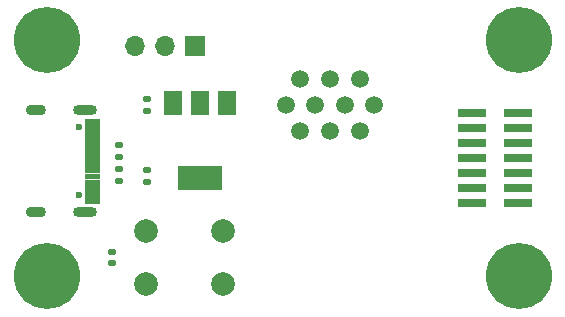
<source format=gbr>
%TF.GenerationSoftware,KiCad,Pcbnew,7.0.1*%
%TF.CreationDate,2024-01-08T11:02:25+00:00*%
%TF.ProjectId,module_test_rig,6d6f6475-6c65-45f7-9465-73745f726967,rev?*%
%TF.SameCoordinates,Original*%
%TF.FileFunction,Soldermask,Top*%
%TF.FilePolarity,Negative*%
%FSLAX46Y46*%
G04 Gerber Fmt 4.6, Leading zero omitted, Abs format (unit mm)*
G04 Created by KiCad (PCBNEW 7.0.1) date 2024-01-08 11:02:25*
%MOMM*%
%LPD*%
G01*
G04 APERTURE LIST*
G04 Aperture macros list*
%AMRoundRect*
0 Rectangle with rounded corners*
0 $1 Rounding radius*
0 $2 $3 $4 $5 $6 $7 $8 $9 X,Y pos of 4 corners*
0 Add a 4 corners polygon primitive as box body*
4,1,4,$2,$3,$4,$5,$6,$7,$8,$9,$2,$3,0*
0 Add four circle primitives for the rounded corners*
1,1,$1+$1,$2,$3*
1,1,$1+$1,$4,$5*
1,1,$1+$1,$6,$7*
1,1,$1+$1,$8,$9*
0 Add four rect primitives between the rounded corners*
20,1,$1+$1,$2,$3,$4,$5,0*
20,1,$1+$1,$4,$5,$6,$7,0*
20,1,$1+$1,$6,$7,$8,$9,0*
20,1,$1+$1,$8,$9,$2,$3,0*%
G04 Aperture macros list end*
%ADD10C,0.010000*%
%ADD11C,3.600000*%
%ADD12C,5.600000*%
%ADD13C,1.500000*%
%ADD14R,2.400000X0.740000*%
%ADD15R,1.700000X1.700000*%
%ADD16O,1.700000X1.700000*%
%ADD17C,2.000000*%
%ADD18RoundRect,0.135000X-0.185000X0.135000X-0.185000X-0.135000X0.185000X-0.135000X0.185000X0.135000X0*%
%ADD19RoundRect,0.140000X-0.170000X0.140000X-0.170000X-0.140000X0.170000X-0.140000X0.170000X0.140000X0*%
%ADD20RoundRect,0.135000X0.185000X-0.135000X0.185000X0.135000X-0.185000X0.135000X-0.185000X-0.135000X0*%
%ADD21RoundRect,0.140000X0.170000X-0.140000X0.170000X0.140000X-0.170000X0.140000X-0.170000X-0.140000X0*%
%ADD22R,1.500000X2.000000*%
%ADD23R,3.800000X2.000000*%
%ADD24C,0.600000*%
%ADD25O,2.000000X0.900000*%
%ADD26O,1.700000X0.900000*%
G04 APERTURE END LIST*
%TO.C,J103*%
D10*
X139470000Y-82400000D02*
X138230000Y-82400000D01*
X138230000Y-81700000D01*
X139470000Y-81700000D01*
X139470000Y-82400000D01*
G36*
X139470000Y-82400000D02*
G01*
X138230000Y-82400000D01*
X138230000Y-81700000D01*
X139470000Y-81700000D01*
X139470000Y-82400000D01*
G37*
X139470000Y-83200000D02*
X138230000Y-83200000D01*
X138230000Y-82500000D01*
X139470000Y-82500000D01*
X139470000Y-83200000D01*
G36*
X139470000Y-83200000D02*
G01*
X138230000Y-83200000D01*
X138230000Y-82500000D01*
X139470000Y-82500000D01*
X139470000Y-83200000D01*
G37*
X139470000Y-83700000D02*
X138230000Y-83700000D01*
X138230000Y-83300000D01*
X139470000Y-83300000D01*
X139470000Y-83700000D01*
G36*
X139470000Y-83700000D02*
G01*
X138230000Y-83700000D01*
X138230000Y-83300000D01*
X139470000Y-83300000D01*
X139470000Y-83700000D01*
G37*
X139470000Y-84200000D02*
X138230000Y-84200000D01*
X138230000Y-83800000D01*
X139470000Y-83800000D01*
X139470000Y-84200000D01*
G36*
X139470000Y-84200000D02*
G01*
X138230000Y-84200000D01*
X138230000Y-83800000D01*
X139470000Y-83800000D01*
X139470000Y-84200000D01*
G37*
X139470000Y-84700000D02*
X138230000Y-84700000D01*
X138230000Y-84300000D01*
X139470000Y-84300000D01*
X139470000Y-84700000D01*
G36*
X139470000Y-84700000D02*
G01*
X138230000Y-84700000D01*
X138230000Y-84300000D01*
X139470000Y-84300000D01*
X139470000Y-84700000D01*
G37*
X139470000Y-85200000D02*
X138230000Y-85200000D01*
X138230000Y-84800000D01*
X139470000Y-84800000D01*
X139470000Y-85200000D01*
G36*
X139470000Y-85200000D02*
G01*
X138230000Y-85200000D01*
X138230000Y-84800000D01*
X139470000Y-84800000D01*
X139470000Y-85200000D01*
G37*
X139470000Y-85700000D02*
X138230000Y-85700000D01*
X138230000Y-85300000D01*
X139470000Y-85300000D01*
X139470000Y-85700000D01*
G36*
X139470000Y-85700000D02*
G01*
X138230000Y-85700000D01*
X138230000Y-85300000D01*
X139470000Y-85300000D01*
X139470000Y-85700000D01*
G37*
X139470000Y-86200000D02*
X138230000Y-86200000D01*
X138230000Y-85800000D01*
X139470000Y-85800000D01*
X139470000Y-86200000D01*
G36*
X139470000Y-86200000D02*
G01*
X138230000Y-86200000D01*
X138230000Y-85800000D01*
X139470000Y-85800000D01*
X139470000Y-86200000D01*
G37*
X139470000Y-86700000D02*
X138230000Y-86700000D01*
X138230000Y-86300000D01*
X139470000Y-86300000D01*
X139470000Y-86700000D01*
G36*
X139470000Y-86700000D02*
G01*
X138230000Y-86700000D01*
X138230000Y-86300000D01*
X139470000Y-86300000D01*
X139470000Y-86700000D01*
G37*
X139470000Y-87200000D02*
X138230000Y-87200000D01*
X138230000Y-86800000D01*
X139470000Y-86800000D01*
X139470000Y-87200000D01*
G36*
X139470000Y-87200000D02*
G01*
X138230000Y-87200000D01*
X138230000Y-86800000D01*
X139470000Y-86800000D01*
X139470000Y-87200000D01*
G37*
X139470000Y-88000000D02*
X138230000Y-88000000D01*
X138230000Y-87300000D01*
X139470000Y-87300000D01*
X139470000Y-88000000D01*
G36*
X139470000Y-88000000D02*
G01*
X138230000Y-88000000D01*
X138230000Y-87300000D01*
X139470000Y-87300000D01*
X139470000Y-88000000D01*
G37*
X139470000Y-88800000D02*
X138230000Y-88800000D01*
X138230000Y-88100000D01*
X139470000Y-88100000D01*
X139470000Y-88800000D01*
G36*
X139470000Y-88800000D02*
G01*
X138230000Y-88800000D01*
X138230000Y-88100000D01*
X139470000Y-88100000D01*
X139470000Y-88800000D01*
G37*
%TD*%
D11*
%TO.C,H105*%
X135000000Y-75000000D03*
D12*
X135000000Y-75000000D03*
%TD*%
D13*
%TO.C,J102*%
X156500000Y-82700000D03*
X159000000Y-82700000D03*
X161500000Y-82700000D03*
X155250000Y-80500000D03*
X157750000Y-80500000D03*
X160250000Y-80500000D03*
X162750000Y-80500000D03*
X156500000Y-78300000D03*
X159000000Y-78300000D03*
X161500000Y-78300000D03*
%TD*%
D14*
%TO.C,J101*%
X174950000Y-88810000D03*
X171050000Y-88810000D03*
X174950000Y-87540000D03*
X171050000Y-87540000D03*
X174950000Y-86270000D03*
X171050000Y-86270000D03*
X174950000Y-85000000D03*
X171050000Y-85000000D03*
X174950000Y-83730000D03*
X171050000Y-83730000D03*
X174950000Y-82460000D03*
X171050000Y-82460000D03*
X174950000Y-81190000D03*
X171050000Y-81190000D03*
%TD*%
D15*
%TO.C,SW101*%
X147580000Y-75500000D03*
D16*
X145040000Y-75500000D03*
X142500000Y-75500000D03*
%TD*%
D11*
%TO.C,H107*%
X175000001Y-74999999D03*
D12*
X175000001Y-74999999D03*
%TD*%
D17*
%TO.C,SW102*%
X143450000Y-91150000D03*
X149950000Y-91150000D03*
X143450000Y-95650000D03*
X149950000Y-95650000D03*
%TD*%
D11*
%TO.C,H108*%
X175000001Y-94999999D03*
D12*
X175000001Y-94999999D03*
%TD*%
D18*
%TO.C,R101*%
X141100000Y-83890000D03*
X141100000Y-84910000D03*
%TD*%
D19*
%TO.C,C103*%
X143500000Y-80020000D03*
X143500000Y-80980000D03*
%TD*%
D20*
%TO.C,R102*%
X141100000Y-86910000D03*
X141100000Y-85890000D03*
%TD*%
D21*
%TO.C,C101*%
X140500000Y-93880000D03*
X140500000Y-92920000D03*
%TD*%
D22*
%TO.C,U102*%
X150300000Y-80350000D03*
X148000000Y-80350000D03*
D23*
X148000000Y-86650000D03*
D22*
X145700000Y-80350000D03*
%TD*%
D21*
%TO.C,C102*%
X143500000Y-86980000D03*
X143500000Y-86020000D03*
%TD*%
D11*
%TO.C,H106*%
X135000000Y-95000000D03*
D12*
X135000000Y-95000000D03*
%TD*%
D24*
%TO.C,J103*%
X137780000Y-82360000D03*
X137780000Y-88140000D03*
D25*
X138270000Y-80925000D03*
X138270000Y-89575000D03*
D26*
X134100000Y-80925000D03*
X134100000Y-89575000D03*
%TD*%
M02*

</source>
